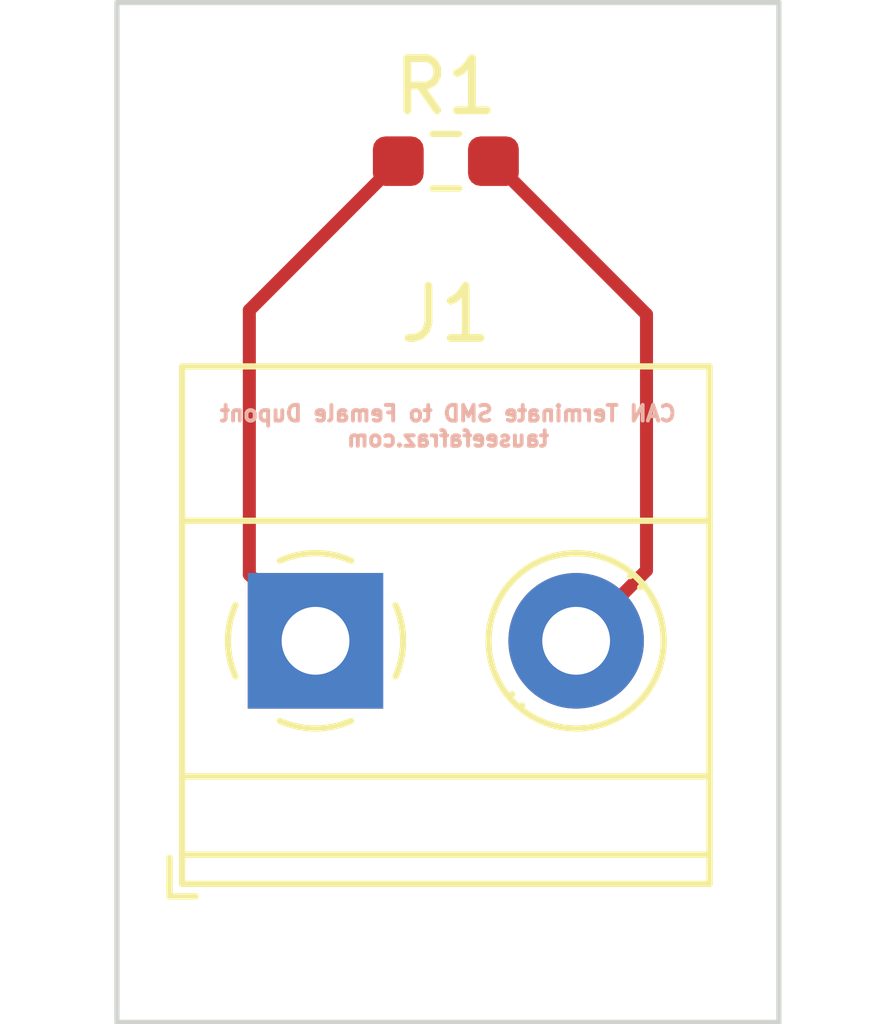
<source format=kicad_pcb>
(kicad_pcb (version 20221018) (generator pcbnew)
  (layers (0 "F.Cu" signal) (31 "B.Cu" signal) (34 "B.Paste" user) (35 "F.Paste" user) (36 "B.SilkS" user "B.Silkscreen") (37 "F.SilkS" user "F.Silkscreen") (38 "B.Mask" user) (39 "F.Mask" user) (44 "Edge.Cuts" user))
  (net 0 "")
  (net 1 "Net-(J1-Pin_1)")
  (net 2 "Net-(J1-Pin_2)")
  (footprint "Resistor_SMD:R_0603_1608Metric_Pad0.98x0.95mm_HandSolder" (layer "F.Cu") (at 129.5 82.55)
    (fp_text reference "R1" (at 0 -1.43) (layer "F.SilkS"))
    (fp_text value "R")
    (fp_line (start -0.254724 -0.5225) (end 0.254724 -0.5225) (stroke (width 0.12)) (layer "F.SilkS"))
    (fp_line (start -0.254724 0.5225) (end 0.254724 0.5225) (stroke (width 0.12)) (layer "F.SilkS"))
    (pad "1" smd roundrect (at -0.9125 0) (size 0.975 0.95) (layers "F.Cu" "F.Paste" "F.Mask") (net 1 "Net-(J1-Pin_1)"))
    (pad "2" smd roundrect (at 0.9125 0) (size 0.975 0.95) (layers "F.Cu" "F.Paste" "F.Mask") (net 2 "Net-(J1-Pin_2)"))
  )
  (footprint "TerminalBlock_Phoenix:TerminalBlock_Phoenix_MKDS-1,5-2_1x02_P5.00mm_Horizontal" (layer "F.Cu") (at 127 91.745)
    (fp_text reference "J1" (at 2.5 -6.26) (layer "F.SilkS"))
    (fp_text value "Screw_Terminal_01x02")
    (fp_line (start -2.8 4.16) (end -2.8 4.9) (stroke (width 0.12)) (layer "F.SilkS"))
    (fp_line (start -2.8 4.9) (end -2.3 4.9) (stroke (width 0.12)) (layer "F.SilkS"))
    (fp_line (start -2.56 -5.261) (end -2.56 4.66) (stroke (width 0.12)) (layer "F.SilkS"))
    (fp_line (start -2.56 -5.261) (end 7.56 -5.261) (stroke (width 0.12)) (layer "F.SilkS"))
    (fp_line (start -2.56 -2.301) (end 7.56 -2.301) (stroke (width 0.12)) (layer "F.SilkS"))
    (fp_line (start -2.56 2.6) (end 7.56 2.6) (stroke (width 0.12)) (layer "F.SilkS"))
    (fp_line (start -2.56 4.1) (end 7.56 4.1) (stroke (width 0.12)) (layer "F.SilkS"))
    (fp_line (start -2.56 4.66) (end 7.56 4.66) (stroke (width 0.12)) (layer "F.SilkS"))
    (fp_line (start 3.773 1.023) (end 3.726 1.069) (stroke (width 0.12)) (layer "F.SilkS"))
    (fp_line (start 3.966 1.239) (end 3.931 1.274) (stroke (width 0.12)) (layer "F.SilkS"))
    (fp_line (start 6.07 -1.275) (end 6.035 -1.239) (stroke (width 0.12)) (layer "F.SilkS"))
    (fp_line (start 6.275 -1.069) (end 6.228 -1.023) (stroke (width 0.12)) (layer "F.SilkS"))
    (fp_line (start 7.56 -5.261) (end 7.56 4.66) (stroke (width 0.12)) (layer "F.SilkS"))
    (fp_arc (start -1.535427 0.683042) (mid -1.680501 -0.000524) (end -1.535 -0.684) (stroke (width 0.12)) (layer "F.SilkS"))
    (fp_arc (start -0.683042 -1.535427) (mid 0.000524 -1.680501) (end 0.684 -1.535) (stroke (width 0.12)) (layer "F.SilkS"))
    (fp_arc (start 0.028805 1.680253) (mid -0.335551 1.646659) (end -0.684 1.535) (stroke (width 0.12)) (layer "F.SilkS"))
    (fp_arc (start 0.683318 1.534756) (mid 0.349292 1.643288) (end 0 1.68) (stroke (width 0.12)) (layer "F.SilkS"))
    (fp_arc (start 1.535427 -0.683042) (mid 1.680501 0.000524) (end 1.535 0.684) (stroke (width 0.12)) (layer "F.SilkS"))
    (fp_circle (center 5 0) (end 6.68 0) (stroke (width 0.12)) (fill none) (layer "F.SilkS"))
    (pad "1" thru_hole rect (at 0 0) (size 2.6 2.6) (drill 1.3) (layers "*.Cu" "*.Mask") (net 1 "Net-(J1-Pin_1)"))
    (pad "2" thru_hole circle (at 5 0) (size 2.6 2.6) (drill 1.3) (layers "*.Cu" "*.Mask") (net 2 "Net-(J1-Pin_2)"))
  )
  (gr_line (start 123.19 99.06) (end 123.19 79.51) (stroke (width 0.1)) (layer "Edge.Cuts"))
  (gr_line (start 135.89 99.06) (end 123.19 99.06) (stroke (width 0.1)) (layer "Edge.Cuts"))
  (gr_line (start 135.89 79.51) (end 135.89 99.06) (stroke (width 0.1)) (layer "Edge.Cuts"))
  (gr_line (start 123.19 79.51) (end 135.89 79.51) (stroke (width 0.1)) (layer "Edge.Cuts"))
  (gr_text "CAN Terminate SMD to Female Dupont\ntauseefafraz.com" (at 129.54 87.63) (layer "B.SilkS") (effects (font (size 0.3 0.3) (thickness 0.075) bold) (justify mirror)))
  (segment (start 128.5875 82.55) (end 125.73 85.4075) (width 0.25) (layer "F.Cu") (net 1))
  (segment (start 125.73 85.4075) (end 125.73 90.475) (width 0.25) (layer "F.Cu") (net 1))
  (segment (start 125.73 90.475) (end 127 91.745) (width 0.25) (layer "F.Cu") (net 1))
  (segment (start 130.4125 82.55) (end 133.35 85.4875) (width 0.25) (layer "F.Cu") (net 2))
  (segment (start 133.35 85.4875) (end 133.35 90.395) (width 0.25) (layer "F.Cu") (net 2))
  (segment (start 133.35 90.395) (end 132 91.745) (width 0.25) (layer "F.Cu") (net 2))
)
</source>
